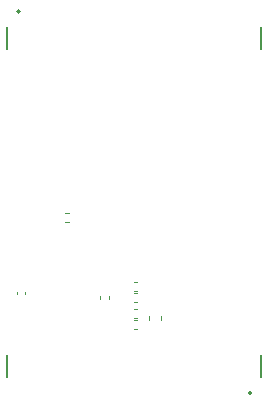
<source format=gbr>
%TF.GenerationSoftware,KiCad,Pcbnew,8.0.3*%
%TF.CreationDate,2024-07-19T10:15:31+08:00*%
%TF.ProjectId,h750xb_core,68373530-7862-45f6-936f-72652e6b6963,rev?*%
%TF.SameCoordinates,Original*%
%TF.FileFunction,Legend,Bot*%
%TF.FilePolarity,Positive*%
%FSLAX46Y46*%
G04 Gerber Fmt 4.6, Leading zero omitted, Abs format (unit mm)*
G04 Created by KiCad (PCBNEW 8.0.3) date 2024-07-19 10:15:31*
%MOMM*%
%LPD*%
G01*
G04 APERTURE LIST*
%ADD10C,0.120000*%
%ADD11C,0.127000*%
%ADD12C,0.200000*%
G04 APERTURE END LIST*
D10*
%TO.C,FB3*%
X41534000Y-104189780D02*
X41534000Y-103864220D01*
X42554000Y-104189780D02*
X42554000Y-103864220D01*
%TO.C,C24*%
X40500836Y-100963263D02*
X40285164Y-100963263D01*
X40500836Y-101683263D02*
X40285164Y-101683263D01*
%TO.C,C23*%
X40500836Y-101888000D02*
X40285164Y-101888000D01*
X40500836Y-102608000D02*
X40285164Y-102608000D01*
%TO.C,C25*%
X40500836Y-104200400D02*
X40285164Y-104200400D01*
X40500836Y-104920400D02*
X40285164Y-104920400D01*
%TO.C,C26*%
X40500836Y-103246400D02*
X40285164Y-103246400D01*
X40500836Y-103966400D02*
X40285164Y-103966400D01*
D11*
%TO.C,J1*%
X29510400Y-81226400D02*
X29510400Y-79376400D01*
X51030400Y-79376400D02*
X51030400Y-81226400D01*
D12*
X30570400Y-78051400D02*
G75*
G02*
X30370400Y-78051400I-100000J0D01*
G01*
X30370400Y-78051400D02*
G75*
G02*
X30570400Y-78051400I100000J0D01*
G01*
D10*
%TO.C,R1*%
X34724041Y-95068000D02*
X34416759Y-95068000D01*
X34724041Y-95828000D02*
X34416759Y-95828000D01*
%TO.C,C37*%
X30304800Y-101782964D02*
X30304800Y-101998636D01*
X31024800Y-101782964D02*
X31024800Y-101998636D01*
%TO.C,C22*%
X37410400Y-102355836D02*
X37410400Y-102140164D01*
X38130400Y-102355836D02*
X38130400Y-102140164D01*
D11*
%TO.C,J2*%
X29510400Y-109018000D02*
X29510400Y-107168000D01*
X51030400Y-107168000D02*
X51030400Y-109018000D01*
D12*
X50170400Y-110343000D02*
G75*
G02*
X49970400Y-110343000I-100000J0D01*
G01*
X49970400Y-110343000D02*
G75*
G02*
X50170400Y-110343000I100000J0D01*
G01*
%TD*%
M02*

</source>
